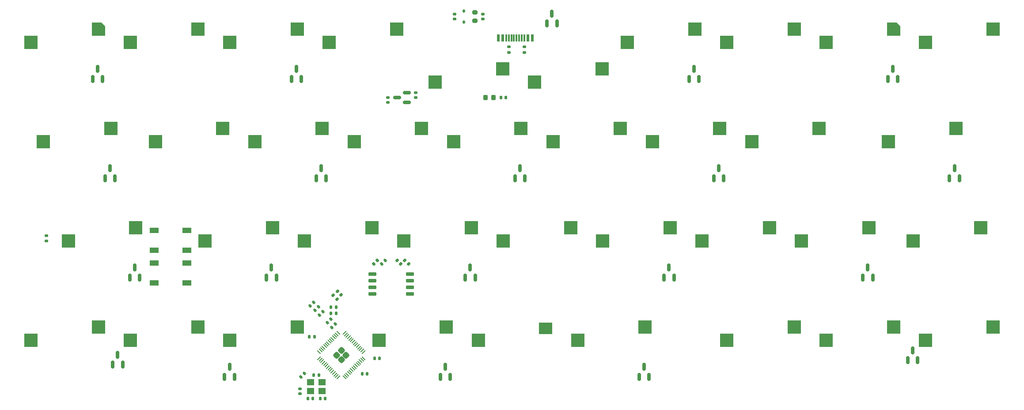
<source format=gbp>
%TF.GenerationSoftware,KiCad,Pcbnew,7.0.6*%
%TF.CreationDate,2023-08-01T10:10:22-04:00*%
%TF.ProjectId,good-delivery,676f6f64-2d64-4656-9c69-766572792e6b,rev?*%
%TF.SameCoordinates,PX2d6b3a0PY7e9ae4e*%
%TF.FileFunction,Paste,Bot*%
%TF.FilePolarity,Positive*%
%FSLAX46Y46*%
G04 Gerber Fmt 4.6, Leading zero omitted, Abs format (unit mm)*
G04 Created by KiCad (PCBNEW 7.0.6) date 2023-08-01 10:10:22*
%MOMM*%
%LPD*%
G01*
G04 APERTURE LIST*
G04 Aperture macros list*
%AMRoundRect*
0 Rectangle with rounded corners*
0 $1 Rounding radius*
0 $2 $3 $4 $5 $6 $7 $8 $9 X,Y pos of 4 corners*
0 Add a 4 corners polygon primitive as box body*
4,1,4,$2,$3,$4,$5,$6,$7,$8,$9,$2,$3,0*
0 Add four circle primitives for the rounded corners*
1,1,$1+$1,$2,$3*
1,1,$1+$1,$4,$5*
1,1,$1+$1,$6,$7*
1,1,$1+$1,$8,$9*
0 Add four rect primitives between the rounded corners*
20,1,$1+$1,$2,$3,$4,$5,0*
20,1,$1+$1,$4,$5,$6,$7,0*
20,1,$1+$1,$6,$7,$8,$9,0*
20,1,$1+$1,$8,$9,$2,$3,0*%
%AMOutline5P*
0 Free polygon, 5 corners , with rotation*
0 The origin of the aperture is its center*
0 number of corners: always 5*
0 $1 to $10 corner X, Y*
0 $11 Rotation angle, in degrees counterclockwise*
0 create outline with 5 corners*
4,1,5,$1,$2,$3,$4,$5,$6,$7,$8,$9,$10,$1,$2,$11*%
%AMOutline6P*
0 Free polygon, 6 corners , with rotation*
0 The origin of the aperture is its center*
0 number of corners: always 6*
0 $1 to $12 corner X, Y*
0 $13 Rotation angle, in degrees counterclockwise*
0 create outline with 6 corners*
4,1,6,$1,$2,$3,$4,$5,$6,$7,$8,$9,$10,$11,$12,$1,$2,$13*%
%AMOutline7P*
0 Free polygon, 7 corners , with rotation*
0 The origin of the aperture is its center*
0 number of corners: always 7*
0 $1 to $14 corner X, Y*
0 $15 Rotation angle, in degrees counterclockwise*
0 create outline with 7 corners*
4,1,7,$1,$2,$3,$4,$5,$6,$7,$8,$9,$10,$11,$12,$13,$14,$1,$2,$15*%
%AMOutline8P*
0 Free polygon, 8 corners , with rotation*
0 The origin of the aperture is its center*
0 number of corners: always 8*
0 $1 to $16 corner X, Y*
0 $17 Rotation angle, in degrees counterclockwise*
0 create outline with 8 corners*
4,1,8,$1,$2,$3,$4,$5,$6,$7,$8,$9,$10,$11,$12,$13,$14,$15,$16,$1,$2,$17*%
G04 Aperture macros list end*
%ADD10R,2.550000X2.500000*%
%ADD11R,2.550000X2.250000*%
%ADD12Outline5P,-1.275000X1.250000X0.575000X1.250000X1.275000X0.550000X1.275000X-1.250000X-1.275000X-1.250000X0.000000*%
%ADD13RoundRect,0.135000X-0.226274X-0.035355X-0.035355X-0.226274X0.226274X0.035355X0.035355X0.226274X0*%
%ADD14RoundRect,0.135000X-0.185000X0.135000X-0.185000X-0.135000X0.185000X-0.135000X0.185000X0.135000X0*%
%ADD15RoundRect,0.140000X0.021213X-0.219203X0.219203X-0.021213X-0.021213X0.219203X-0.219203X0.021213X0*%
%ADD16R,0.600000X1.450000*%
%ADD17R,0.300000X1.450000*%
%ADD18RoundRect,0.140000X-0.170000X0.140000X-0.170000X-0.140000X0.170000X-0.140000X0.170000X0.140000X0*%
%ADD19RoundRect,0.150000X0.150000X-0.587500X0.150000X0.587500X-0.150000X0.587500X-0.150000X-0.587500X0*%
%ADD20RoundRect,0.140000X0.140000X0.170000X-0.140000X0.170000X-0.140000X-0.170000X0.140000X-0.170000X0*%
%ADD21RoundRect,0.150000X0.587500X0.150000X-0.587500X0.150000X-0.587500X-0.150000X0.587500X-0.150000X0*%
%ADD22RoundRect,0.200000X-0.275000X0.200000X-0.275000X-0.200000X0.275000X-0.200000X0.275000X0.200000X0*%
%ADD23RoundRect,0.218750X0.218750X0.256250X-0.218750X0.256250X-0.218750X-0.256250X0.218750X-0.256250X0*%
%ADD24RoundRect,0.140000X-0.140000X-0.170000X0.140000X-0.170000X0.140000X0.170000X-0.140000X0.170000X0*%
%ADD25RoundRect,0.140000X0.170000X-0.140000X0.170000X0.140000X-0.170000X0.140000X-0.170000X-0.140000X0*%
%ADD26RoundRect,0.250000X0.413257X0.000000X0.000000X0.413257X-0.413257X0.000000X0.000000X-0.413257X0*%
%ADD27RoundRect,0.050000X0.309359X-0.238649X-0.238649X0.309359X-0.309359X0.238649X0.238649X-0.309359X0*%
%ADD28RoundRect,0.050000X0.309359X0.238649X0.238649X0.309359X-0.309359X-0.238649X-0.238649X-0.309359X0*%
%ADD29R,1.700000X1.000000*%
%ADD30RoundRect,0.135000X0.035355X-0.226274X0.226274X-0.035355X-0.035355X0.226274X-0.226274X0.035355X0*%
%ADD31RoundRect,0.112500X0.112500X-0.187500X0.112500X0.187500X-0.112500X0.187500X-0.112500X-0.187500X0*%
%ADD32RoundRect,0.135000X-0.135000X-0.185000X0.135000X-0.185000X0.135000X0.185000X-0.135000X0.185000X0*%
%ADD33RoundRect,0.150000X0.650000X0.150000X-0.650000X0.150000X-0.650000X-0.150000X0.650000X-0.150000X0*%
%ADD34RoundRect,0.140000X-0.021213X0.219203X-0.219203X0.021213X0.021213X-0.219203X0.219203X-0.021213X0*%
%ADD35R,1.400000X1.200000*%
%ADD36RoundRect,0.147500X0.172500X-0.147500X0.172500X0.147500X-0.172500X0.147500X-0.172500X-0.147500X0*%
%ADD37RoundRect,0.147500X0.147500X0.172500X-0.147500X0.172500X-0.147500X-0.172500X0.147500X-0.172500X0*%
G04 APERTURE END LIST*
D10*
%TO.C,MX11*%
X35777524Y31115168D03*
X48704524Y33655168D03*
%TD*%
%TO.C,MX33*%
X150077524Y31115168D03*
X163004524Y33655168D03*
%TD*%
%TO.C,MX21*%
X102452524Y50165168D03*
X115379524Y52705168D03*
%TD*%
%TO.C,MX3*%
X9583774Y31115168D03*
X22510774Y33655168D03*
%TD*%
%TO.C,MX7*%
X26252524Y50165168D03*
X39179524Y52705168D03*
%TD*%
%TO.C,MX8*%
X21490024Y12065168D03*
X34417024Y14605168D03*
%TD*%
%TO.C,MX12*%
X40540024Y12065168D03*
X53467024Y14605168D03*
%TD*%
%TO.C,MX15*%
X54827524Y31115168D03*
X67754524Y33655168D03*
%TD*%
%TO.C,MX24*%
X116740024Y69215168D03*
X129667024Y71755168D03*
%TD*%
%TO.C,MX27*%
X107215024Y12065168D03*
X120142024Y14605168D03*
%TD*%
%TO.C,MX6*%
X21490024Y69215168D03*
X34417024Y71755168D03*
%TD*%
%TO.C,MX14*%
X64352524Y50165168D03*
X77279524Y52705168D03*
%TD*%
%TO.C,MX37*%
X171508774Y31115168D03*
X184435774Y33655168D03*
%TD*%
%TO.C,MX29*%
X140552524Y50165168D03*
X153479524Y52705168D03*
%TD*%
%TO.C,MX16*%
X79883024Y61595168D03*
X92810024Y64135168D03*
%TD*%
%TO.C,MX17*%
X83402524Y50165168D03*
X96329524Y52705168D03*
%TD*%
%TO.C,MX13*%
X59590024Y69215168D03*
X72517024Y71755168D03*
%TD*%
%TO.C,MX23*%
X88165240Y12065024D03*
D11*
X101092240Y14355024D03*
%TD*%
D10*
%TO.C,MX26*%
X111977524Y31115168D03*
X124904524Y33655168D03*
%TD*%
%TO.C,MX18*%
X73877524Y31115168D03*
X86804524Y33655168D03*
%TD*%
%TO.C,MX38*%
X173890024Y12065168D03*
X186817024Y14605168D03*
%TD*%
%TO.C,MX2*%
X4821274Y50165168D03*
X17748274Y52705168D03*
%TD*%
%TO.C,MX35*%
X173890024Y69215168D03*
X186817024Y71755168D03*
%TD*%
%TO.C,MX1*%
X2440024Y69215168D03*
D12*
X15367024Y71755168D03*
%TD*%
D10*
%TO.C,MX36*%
X166746274Y50165168D03*
X179673274Y52705168D03*
%TD*%
%TO.C,MX28*%
X135790024Y69215168D03*
X148717024Y71755168D03*
%TD*%
%TO.C,MX19*%
X69115024Y12065168D03*
X82042024Y14605168D03*
%TD*%
%TO.C,MX4*%
X2440024Y12065168D03*
X15367024Y14605168D03*
%TD*%
%TO.C,MX32*%
X154840024Y69215168D03*
D12*
X167767024Y71755168D03*
%TD*%
D10*
%TO.C,MX31*%
X135790024Y12065168D03*
X148717024Y14605168D03*
%TD*%
%TO.C,MX9*%
X40540024Y69215168D03*
X53467024Y71755168D03*
%TD*%
%TO.C,MX34*%
X154840024Y12065168D03*
X167767024Y14605168D03*
%TD*%
%TO.C,MX22*%
X92927524Y31115168D03*
X105854524Y33655168D03*
%TD*%
%TO.C,MX30*%
X131027524Y31115168D03*
X143954524Y33655168D03*
%TD*%
%TO.C,MX20*%
X111860024Y64135168D03*
X98933024Y61595168D03*
%TD*%
%TO.C,MX10*%
X45302524Y50165168D03*
X58229524Y52705168D03*
%TD*%
%TO.C,MX25*%
X121502524Y50165168D03*
X134429524Y52705168D03*
%TD*%
D13*
%TO.C,R_DATA1*%
X61158431Y21494271D03*
X61879679Y20773023D03*
%TD*%
D14*
%TO.C,R2*%
X94000240Y68349854D03*
X94000240Y67329854D03*
%TD*%
D15*
%TO.C,C_3V-Decoup5*%
X57703704Y16924695D03*
X58382526Y17603517D03*
%TD*%
D16*
%TO.C,J3*%
X92000240Y70071593D03*
X92800240Y70071593D03*
D17*
X94000240Y70071593D03*
X95000240Y70071593D03*
X95500240Y70071593D03*
X96500240Y70071593D03*
D16*
X97700240Y70071593D03*
X98500240Y70071593D03*
X98500240Y70071593D03*
X97700240Y70071593D03*
D17*
X97000240Y70071593D03*
X96000240Y70071593D03*
X94500240Y70071593D03*
X93500240Y70071593D03*
D16*
X92800240Y70071593D03*
X92000240Y70071593D03*
%TD*%
D18*
%TO.C,C_3V-Decoup8*%
X53980024Y2788913D03*
X53980024Y1828913D03*
%TD*%
D19*
%TO.C,D8*%
X41431352Y5100168D03*
X39531352Y5100168D03*
X40481352Y6975168D03*
%TD*%
D20*
%TO.C,C_1V-Decoup1*%
X60904371Y17264106D03*
X59944371Y17264106D03*
%TD*%
D19*
%TO.C,D1*%
X16130663Y62250264D03*
X14230663Y62250264D03*
X15180663Y64125264D03*
%TD*%
D15*
%TO.C,C_3V-Decoup4*%
X59191989Y15436410D03*
X59870811Y16115232D03*
%TD*%
D18*
%TO.C,C1*%
X88999443Y74664564D03*
X88999443Y73704564D03*
%TD*%
D21*
%TO.C,U3*%
X74458779Y59588429D03*
X74458779Y57688429D03*
X72583779Y58638429D03*
%TD*%
D19*
%TO.C,D17*%
X168531047Y62250264D03*
X166631047Y62250264D03*
X167581047Y64125264D03*
%TD*%
D13*
%TO.C,R_Flash3*%
X74053626Y27447411D03*
X74774874Y26726163D03*
%TD*%
D19*
%TO.C,D11*%
X87568343Y24150168D03*
X85668343Y24150168D03*
X86618343Y26025168D03*
%TD*%
D22*
%TO.C,R1*%
X87511158Y75009564D03*
X87511158Y73359564D03*
%TD*%
D19*
%TO.C,D20*%
X172343403Y8289867D03*
X170443403Y8289867D03*
X171393403Y10164867D03*
%TD*%
%TO.C,D18*%
X180380142Y43200390D03*
X178480142Y43200390D03*
X179430142Y45075390D03*
%TD*%
D23*
%TO.C,F1*%
X91087885Y58638429D03*
X89512885Y58638429D03*
%TD*%
D24*
%TO.C,C_3V-Decoup6*%
X68278767Y8632053D03*
X69238767Y8632053D03*
%TD*%
D15*
%TO.C,C_Flash1*%
X69609984Y26747376D03*
X70288806Y27426198D03*
%TD*%
D25*
%TO.C,C_LD2*%
X70842366Y57688429D03*
X70842366Y58648429D03*
%TD*%
D19*
%TO.C,D6*%
X58993271Y43200216D03*
X57093271Y43200216D03*
X58043271Y45075216D03*
%TD*%
D26*
%TO.C,U1*%
X61912656Y8325806D03*
X62814217Y9227367D03*
X61011095Y9227367D03*
X61912656Y10128928D03*
D27*
X66181813Y8635165D03*
X65898970Y8352322D03*
X65616128Y8069480D03*
X65333285Y7786637D03*
X65050442Y7503794D03*
X64767600Y7220952D03*
X64484757Y6938109D03*
X64201914Y6655266D03*
X63919071Y6372423D03*
X63636229Y6089581D03*
X63353386Y5806738D03*
X63070543Y5523895D03*
X62787701Y5241053D03*
X62504858Y4958210D03*
D28*
X61320454Y4958210D03*
X61037611Y5241053D03*
X60754769Y5523895D03*
X60471926Y5806738D03*
X60189083Y6089581D03*
X59906241Y6372423D03*
X59623398Y6655266D03*
X59340555Y6938109D03*
X59057712Y7220952D03*
X58774870Y7503794D03*
X58492027Y7786637D03*
X58209184Y8069480D03*
X57926342Y8352322D03*
X57643499Y8635165D03*
D27*
X57643499Y9819569D03*
X57926342Y10102412D03*
X58209184Y10385254D03*
X58492027Y10668097D03*
X58774870Y10950940D03*
X59057712Y11233782D03*
X59340555Y11516625D03*
X59623398Y11799468D03*
X59906241Y12082311D03*
X60189083Y12365153D03*
X60471926Y12647996D03*
X60754769Y12930839D03*
X61037611Y13213681D03*
X61320454Y13496524D03*
D28*
X62504858Y13496524D03*
X62787701Y13213681D03*
X63070543Y12930839D03*
X63353386Y12647996D03*
X63636229Y12365153D03*
X63919071Y12082311D03*
X64201914Y11799468D03*
X64484757Y11516625D03*
X64767600Y11233782D03*
X65050442Y10950940D03*
X65333285Y10668097D03*
X65616128Y10385254D03*
X65898970Y10102412D03*
X66181813Y9819569D03*
%TD*%
D24*
%TO.C,C_3V-Decoup9*%
X65897511Y5655483D03*
X66857511Y5655483D03*
%TD*%
D19*
%TO.C,D15*%
X125668439Y24150168D03*
X123768439Y24150168D03*
X124718439Y26025168D03*
%TD*%
D13*
%TO.C,R_DATA2*%
X60361404Y20697244D03*
X61082652Y19975996D03*
%TD*%
D19*
%TO.C,D14*%
X135193463Y43200216D03*
X133293463Y43200216D03*
X134243463Y45075216D03*
%TD*%
D14*
%TO.C,R_RST1*%
X5357826Y32130072D03*
X5357826Y31110072D03*
%TD*%
D29*
%TO.C,SW2*%
X26020386Y29353985D03*
X32320386Y29353985D03*
X26020386Y33153985D03*
X32320386Y33153985D03*
%TD*%
D25*
%TO.C,C_LD1*%
X76200192Y58638429D03*
X76200192Y59598429D03*
%TD*%
D19*
%TO.C,D3*%
X23274431Y24150168D03*
X21374431Y24150168D03*
X22324431Y26025168D03*
%TD*%
%TO.C,D5*%
X54230759Y62250264D03*
X52330759Y62250264D03*
X53280759Y64125264D03*
%TD*%
D15*
%TO.C,C_3V-Decoup3*%
X60084960Y14543439D03*
X60763782Y15222261D03*
%TD*%
D30*
%TO.C,R_Flash1*%
X68100486Y26726163D03*
X68821734Y27447411D03*
%TD*%
D19*
%TO.C,D13*%
X130430951Y62250264D03*
X128530951Y62250264D03*
X129480951Y64125264D03*
%TD*%
D20*
%TO.C,C_Crystal2*%
X56439516Y892971D03*
X55479516Y892971D03*
%TD*%
D31*
%TO.C,D21*%
X85427559Y73134564D03*
X85427559Y75234564D03*
%TD*%
D13*
%TO.C,R_Flash2*%
X72565341Y27447411D03*
X73286589Y26726163D03*
%TD*%
D19*
%TO.C,D4*%
X20000048Y7396896D03*
X18100048Y7396896D03*
X19050048Y9271896D03*
%TD*%
%TO.C,D10*%
X97093367Y43200216D03*
X95193367Y43200216D03*
X96143367Y45075216D03*
%TD*%
%TO.C,D19*%
X163768535Y24150168D03*
X161868535Y24150168D03*
X162818535Y26025168D03*
%TD*%
D20*
%TO.C,C_1V-Decoup2*%
X60904371Y18454734D03*
X59944371Y18454734D03*
%TD*%
D32*
%TO.C,R_Crystal1*%
X56640144Y5357827D03*
X57660144Y5357827D03*
%TD*%
D29*
%TO.C,SW1*%
X26020386Y23103188D03*
X32320386Y23103188D03*
X26020386Y26903188D03*
X32320386Y26903188D03*
%TD*%
D33*
%TO.C,U2*%
X75037680Y24824589D03*
X75037680Y23554589D03*
X75037680Y22284589D03*
X75037680Y21014589D03*
X67837680Y21014589D03*
X67837680Y22284589D03*
X67837680Y23554589D03*
X67837680Y24824589D03*
%TD*%
D34*
%TO.C,C_1V-Decoup3*%
X54810642Y5697237D03*
X54131820Y5018415D03*
%TD*%
D14*
%TO.C,R3*%
X97000240Y68349854D03*
X97000240Y67329854D03*
%TD*%
D24*
%TO.C,C_Crystal1*%
X57860772Y892971D03*
X58820772Y892971D03*
%TD*%
D19*
%TO.C,D9*%
X103225024Y72881436D03*
X101325024Y72881436D03*
X102275024Y74756436D03*
%TD*%
D15*
%TO.C,C_3V-Decoup2*%
X56852487Y17817666D03*
X57531309Y18496488D03*
%TD*%
D35*
%TO.C,Y1*%
X56050144Y4008913D03*
X58250144Y4008913D03*
X58250144Y2308913D03*
X56050144Y2308913D03*
%TD*%
D20*
%TO.C,C_3V-Decoup7*%
X56737173Y12799251D03*
X55777173Y12799251D03*
%TD*%
D19*
%TO.C,D16*%
X120905771Y5100168D03*
X119005771Y5100168D03*
X119955771Y6975168D03*
%TD*%
%TO.C,D2*%
X18511919Y43200216D03*
X16611919Y43200216D03*
X17561919Y45075216D03*
%TD*%
%TO.C,D7*%
X49468247Y24150168D03*
X47568247Y24150168D03*
X48518247Y26025168D03*
%TD*%
D36*
%TO.C,FB1*%
X83641617Y73699564D03*
X83641617Y74669564D03*
%TD*%
D15*
%TO.C,C_3V-Decoup1*%
X55917762Y18710637D03*
X56596584Y19389459D03*
%TD*%
D37*
%TO.C,FB2*%
X93464298Y58638429D03*
X92494298Y58638429D03*
%TD*%
D19*
%TO.C,D12*%
X82805675Y5100168D03*
X80905675Y5100168D03*
X81855675Y6975168D03*
%TD*%
M02*

</source>
